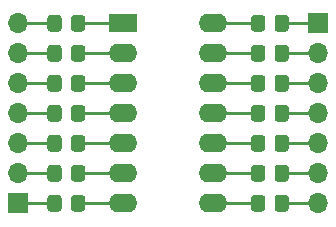
<source format=gbr>
%TF.GenerationSoftware,KiCad,Pcbnew,(5.1.7)-1*%
%TF.CreationDate,2021-01-04T21:33:55-06:00*%
%TF.ProjectId,pinballMods,70696e62-616c-46c4-9d6f-64732e6b6963,rev?*%
%TF.SameCoordinates,Original*%
%TF.FileFunction,Copper,L1,Top*%
%TF.FilePolarity,Positive*%
%FSLAX46Y46*%
G04 Gerber Fmt 4.6, Leading zero omitted, Abs format (unit mm)*
G04 Created by KiCad (PCBNEW (5.1.7)-1) date 2021-01-04 21:33:55*
%MOMM*%
%LPD*%
G01*
G04 APERTURE LIST*
%TA.AperFunction,ComponentPad*%
%ADD10O,1.700000X1.700000*%
%TD*%
%TA.AperFunction,ComponentPad*%
%ADD11R,1.700000X1.700000*%
%TD*%
%TA.AperFunction,ComponentPad*%
%ADD12O,2.400000X1.600000*%
%TD*%
%TA.AperFunction,ComponentPad*%
%ADD13R,2.400000X1.600000*%
%TD*%
%TA.AperFunction,Conductor*%
%ADD14C,0.250000*%
%TD*%
G04 APERTURE END LIST*
D10*
%TO.P,J3,7*%
%TO.N,Net-(J3-Pad7)*%
X171450000Y-106680000D03*
%TO.P,J3,6*%
%TO.N,Net-(J3-Pad6)*%
X171450000Y-104140000D03*
%TO.P,J3,5*%
%TO.N,Net-(J3-Pad5)*%
X171450000Y-101600000D03*
%TO.P,J3,4*%
%TO.N,Net-(J3-Pad4)*%
X171450000Y-99060000D03*
%TO.P,J3,3*%
%TO.N,Net-(J3-Pad3)*%
X171450000Y-96520000D03*
%TO.P,J3,2*%
%TO.N,Net-(J3-Pad2)*%
X171450000Y-93980000D03*
D11*
%TO.P,J3,1*%
%TO.N,Net-(J3-Pad1)*%
X171450000Y-91440000D03*
%TD*%
D10*
%TO.P,J1,7*%
%TO.N,Net-(J1-Pad7)*%
X146050000Y-91440000D03*
%TO.P,J1,6*%
%TO.N,Net-(J1-Pad6)*%
X146050000Y-93980000D03*
%TO.P,J1,5*%
%TO.N,Net-(J1-Pad5)*%
X146050000Y-96520000D03*
%TO.P,J1,4*%
%TO.N,Net-(J1-Pad4)*%
X146050000Y-99060000D03*
%TO.P,J1,3*%
%TO.N,Net-(J1-Pad3)*%
X146050000Y-101600000D03*
%TO.P,J1,2*%
%TO.N,Net-(J1-Pad2)*%
X146050000Y-104140000D03*
D11*
%TO.P,J1,1*%
%TO.N,Net-(J1-Pad1)*%
X146050000Y-106680000D03*
%TD*%
%TO.P,R14,2*%
%TO.N,Net-(J3-Pad7)*%
%TA.AperFunction,SMDPad,CuDef*%
G36*
G01*
X167770000Y-107130001D02*
X167770000Y-106229999D01*
G75*
G02*
X168019999Y-105980000I249999J0D01*
G01*
X168720001Y-105980000D01*
G75*
G02*
X168970000Y-106229999I0J-249999D01*
G01*
X168970000Y-107130001D01*
G75*
G02*
X168720001Y-107380000I-249999J0D01*
G01*
X168019999Y-107380000D01*
G75*
G02*
X167770000Y-107130001I0J249999D01*
G01*
G37*
%TD.AperFunction*%
%TO.P,R14,1*%
%TO.N,Net-(J2-Pad8)*%
%TA.AperFunction,SMDPad,CuDef*%
G36*
G01*
X165770000Y-107130001D02*
X165770000Y-106229999D01*
G75*
G02*
X166019999Y-105980000I249999J0D01*
G01*
X166720001Y-105980000D01*
G75*
G02*
X166970000Y-106229999I0J-249999D01*
G01*
X166970000Y-107130001D01*
G75*
G02*
X166720001Y-107380000I-249999J0D01*
G01*
X166019999Y-107380000D01*
G75*
G02*
X165770000Y-107130001I0J249999D01*
G01*
G37*
%TD.AperFunction*%
%TD*%
%TO.P,R13,2*%
%TO.N,Net-(J3-Pad6)*%
%TA.AperFunction,SMDPad,CuDef*%
G36*
G01*
X167770000Y-104590001D02*
X167770000Y-103689999D01*
G75*
G02*
X168019999Y-103440000I249999J0D01*
G01*
X168720001Y-103440000D01*
G75*
G02*
X168970000Y-103689999I0J-249999D01*
G01*
X168970000Y-104590001D01*
G75*
G02*
X168720001Y-104840000I-249999J0D01*
G01*
X168019999Y-104840000D01*
G75*
G02*
X167770000Y-104590001I0J249999D01*
G01*
G37*
%TD.AperFunction*%
%TO.P,R13,1*%
%TO.N,Net-(J2-Pad9)*%
%TA.AperFunction,SMDPad,CuDef*%
G36*
G01*
X165770000Y-104590001D02*
X165770000Y-103689999D01*
G75*
G02*
X166019999Y-103440000I249999J0D01*
G01*
X166720001Y-103440000D01*
G75*
G02*
X166970000Y-103689999I0J-249999D01*
G01*
X166970000Y-104590001D01*
G75*
G02*
X166720001Y-104840000I-249999J0D01*
G01*
X166019999Y-104840000D01*
G75*
G02*
X165770000Y-104590001I0J249999D01*
G01*
G37*
%TD.AperFunction*%
%TD*%
%TO.P,R12,2*%
%TO.N,Net-(J3-Pad5)*%
%TA.AperFunction,SMDPad,CuDef*%
G36*
G01*
X167770000Y-102050001D02*
X167770000Y-101149999D01*
G75*
G02*
X168019999Y-100900000I249999J0D01*
G01*
X168720001Y-100900000D01*
G75*
G02*
X168970000Y-101149999I0J-249999D01*
G01*
X168970000Y-102050001D01*
G75*
G02*
X168720001Y-102300000I-249999J0D01*
G01*
X168019999Y-102300000D01*
G75*
G02*
X167770000Y-102050001I0J249999D01*
G01*
G37*
%TD.AperFunction*%
%TO.P,R12,1*%
%TO.N,Net-(J2-Pad10)*%
%TA.AperFunction,SMDPad,CuDef*%
G36*
G01*
X165770000Y-102050001D02*
X165770000Y-101149999D01*
G75*
G02*
X166019999Y-100900000I249999J0D01*
G01*
X166720001Y-100900000D01*
G75*
G02*
X166970000Y-101149999I0J-249999D01*
G01*
X166970000Y-102050001D01*
G75*
G02*
X166720001Y-102300000I-249999J0D01*
G01*
X166019999Y-102300000D01*
G75*
G02*
X165770000Y-102050001I0J249999D01*
G01*
G37*
%TD.AperFunction*%
%TD*%
%TO.P,R11,2*%
%TO.N,Net-(J3-Pad4)*%
%TA.AperFunction,SMDPad,CuDef*%
G36*
G01*
X167770000Y-99510001D02*
X167770000Y-98609999D01*
G75*
G02*
X168019999Y-98360000I249999J0D01*
G01*
X168720001Y-98360000D01*
G75*
G02*
X168970000Y-98609999I0J-249999D01*
G01*
X168970000Y-99510001D01*
G75*
G02*
X168720001Y-99760000I-249999J0D01*
G01*
X168019999Y-99760000D01*
G75*
G02*
X167770000Y-99510001I0J249999D01*
G01*
G37*
%TD.AperFunction*%
%TO.P,R11,1*%
%TO.N,Net-(J2-Pad11)*%
%TA.AperFunction,SMDPad,CuDef*%
G36*
G01*
X165770000Y-99510001D02*
X165770000Y-98609999D01*
G75*
G02*
X166019999Y-98360000I249999J0D01*
G01*
X166720001Y-98360000D01*
G75*
G02*
X166970000Y-98609999I0J-249999D01*
G01*
X166970000Y-99510001D01*
G75*
G02*
X166720001Y-99760000I-249999J0D01*
G01*
X166019999Y-99760000D01*
G75*
G02*
X165770000Y-99510001I0J249999D01*
G01*
G37*
%TD.AperFunction*%
%TD*%
%TO.P,R10,2*%
%TO.N,Net-(J3-Pad3)*%
%TA.AperFunction,SMDPad,CuDef*%
G36*
G01*
X167770000Y-96970001D02*
X167770000Y-96069999D01*
G75*
G02*
X168019999Y-95820000I249999J0D01*
G01*
X168720001Y-95820000D01*
G75*
G02*
X168970000Y-96069999I0J-249999D01*
G01*
X168970000Y-96970001D01*
G75*
G02*
X168720001Y-97220000I-249999J0D01*
G01*
X168019999Y-97220000D01*
G75*
G02*
X167770000Y-96970001I0J249999D01*
G01*
G37*
%TD.AperFunction*%
%TO.P,R10,1*%
%TO.N,Net-(J2-Pad12)*%
%TA.AperFunction,SMDPad,CuDef*%
G36*
G01*
X165770000Y-96970001D02*
X165770000Y-96069999D01*
G75*
G02*
X166019999Y-95820000I249999J0D01*
G01*
X166720001Y-95820000D01*
G75*
G02*
X166970000Y-96069999I0J-249999D01*
G01*
X166970000Y-96970001D01*
G75*
G02*
X166720001Y-97220000I-249999J0D01*
G01*
X166019999Y-97220000D01*
G75*
G02*
X165770000Y-96970001I0J249999D01*
G01*
G37*
%TD.AperFunction*%
%TD*%
%TO.P,R9,2*%
%TO.N,Net-(J3-Pad2)*%
%TA.AperFunction,SMDPad,CuDef*%
G36*
G01*
X167770000Y-94430001D02*
X167770000Y-93529999D01*
G75*
G02*
X168019999Y-93280000I249999J0D01*
G01*
X168720001Y-93280000D01*
G75*
G02*
X168970000Y-93529999I0J-249999D01*
G01*
X168970000Y-94430001D01*
G75*
G02*
X168720001Y-94680000I-249999J0D01*
G01*
X168019999Y-94680000D01*
G75*
G02*
X167770000Y-94430001I0J249999D01*
G01*
G37*
%TD.AperFunction*%
%TO.P,R9,1*%
%TO.N,Net-(J2-Pad13)*%
%TA.AperFunction,SMDPad,CuDef*%
G36*
G01*
X165770000Y-94430001D02*
X165770000Y-93529999D01*
G75*
G02*
X166019999Y-93280000I249999J0D01*
G01*
X166720001Y-93280000D01*
G75*
G02*
X166970000Y-93529999I0J-249999D01*
G01*
X166970000Y-94430001D01*
G75*
G02*
X166720001Y-94680000I-249999J0D01*
G01*
X166019999Y-94680000D01*
G75*
G02*
X165770000Y-94430001I0J249999D01*
G01*
G37*
%TD.AperFunction*%
%TD*%
%TO.P,R8,2*%
%TO.N,Net-(J3-Pad1)*%
%TA.AperFunction,SMDPad,CuDef*%
G36*
G01*
X167770000Y-91890001D02*
X167770000Y-90989999D01*
G75*
G02*
X168019999Y-90740000I249999J0D01*
G01*
X168720001Y-90740000D01*
G75*
G02*
X168970000Y-90989999I0J-249999D01*
G01*
X168970000Y-91890001D01*
G75*
G02*
X168720001Y-92140000I-249999J0D01*
G01*
X168019999Y-92140000D01*
G75*
G02*
X167770000Y-91890001I0J249999D01*
G01*
G37*
%TD.AperFunction*%
%TO.P,R8,1*%
%TO.N,Net-(J2-Pad14)*%
%TA.AperFunction,SMDPad,CuDef*%
G36*
G01*
X165770000Y-91890001D02*
X165770000Y-90989999D01*
G75*
G02*
X166019999Y-90740000I249999J0D01*
G01*
X166720001Y-90740000D01*
G75*
G02*
X166970000Y-90989999I0J-249999D01*
G01*
X166970000Y-91890001D01*
G75*
G02*
X166720001Y-92140000I-249999J0D01*
G01*
X166019999Y-92140000D01*
G75*
G02*
X165770000Y-91890001I0J249999D01*
G01*
G37*
%TD.AperFunction*%
%TD*%
%TO.P,R7,2*%
%TO.N,Net-(J2-Pad7)*%
%TA.AperFunction,SMDPad,CuDef*%
G36*
G01*
X150530000Y-107130001D02*
X150530000Y-106229999D01*
G75*
G02*
X150779999Y-105980000I249999J0D01*
G01*
X151480001Y-105980000D01*
G75*
G02*
X151730000Y-106229999I0J-249999D01*
G01*
X151730000Y-107130001D01*
G75*
G02*
X151480001Y-107380000I-249999J0D01*
G01*
X150779999Y-107380000D01*
G75*
G02*
X150530000Y-107130001I0J249999D01*
G01*
G37*
%TD.AperFunction*%
%TO.P,R7,1*%
%TO.N,Net-(J1-Pad1)*%
%TA.AperFunction,SMDPad,CuDef*%
G36*
G01*
X148530000Y-107130001D02*
X148530000Y-106229999D01*
G75*
G02*
X148779999Y-105980000I249999J0D01*
G01*
X149480001Y-105980000D01*
G75*
G02*
X149730000Y-106229999I0J-249999D01*
G01*
X149730000Y-107130001D01*
G75*
G02*
X149480001Y-107380000I-249999J0D01*
G01*
X148779999Y-107380000D01*
G75*
G02*
X148530000Y-107130001I0J249999D01*
G01*
G37*
%TD.AperFunction*%
%TD*%
%TO.P,R6,2*%
%TO.N,Net-(J2-Pad6)*%
%TA.AperFunction,SMDPad,CuDef*%
G36*
G01*
X150530000Y-104590001D02*
X150530000Y-103689999D01*
G75*
G02*
X150779999Y-103440000I249999J0D01*
G01*
X151480001Y-103440000D01*
G75*
G02*
X151730000Y-103689999I0J-249999D01*
G01*
X151730000Y-104590001D01*
G75*
G02*
X151480001Y-104840000I-249999J0D01*
G01*
X150779999Y-104840000D01*
G75*
G02*
X150530000Y-104590001I0J249999D01*
G01*
G37*
%TD.AperFunction*%
%TO.P,R6,1*%
%TO.N,Net-(J1-Pad2)*%
%TA.AperFunction,SMDPad,CuDef*%
G36*
G01*
X148530000Y-104590001D02*
X148530000Y-103689999D01*
G75*
G02*
X148779999Y-103440000I249999J0D01*
G01*
X149480001Y-103440000D01*
G75*
G02*
X149730000Y-103689999I0J-249999D01*
G01*
X149730000Y-104590001D01*
G75*
G02*
X149480001Y-104840000I-249999J0D01*
G01*
X148779999Y-104840000D01*
G75*
G02*
X148530000Y-104590001I0J249999D01*
G01*
G37*
%TD.AperFunction*%
%TD*%
%TO.P,R5,2*%
%TO.N,Net-(J2-Pad5)*%
%TA.AperFunction,SMDPad,CuDef*%
G36*
G01*
X150530000Y-102050001D02*
X150530000Y-101149999D01*
G75*
G02*
X150779999Y-100900000I249999J0D01*
G01*
X151480001Y-100900000D01*
G75*
G02*
X151730000Y-101149999I0J-249999D01*
G01*
X151730000Y-102050001D01*
G75*
G02*
X151480001Y-102300000I-249999J0D01*
G01*
X150779999Y-102300000D01*
G75*
G02*
X150530000Y-102050001I0J249999D01*
G01*
G37*
%TD.AperFunction*%
%TO.P,R5,1*%
%TO.N,Net-(J1-Pad3)*%
%TA.AperFunction,SMDPad,CuDef*%
G36*
G01*
X148530000Y-102050001D02*
X148530000Y-101149999D01*
G75*
G02*
X148779999Y-100900000I249999J0D01*
G01*
X149480001Y-100900000D01*
G75*
G02*
X149730000Y-101149999I0J-249999D01*
G01*
X149730000Y-102050001D01*
G75*
G02*
X149480001Y-102300000I-249999J0D01*
G01*
X148779999Y-102300000D01*
G75*
G02*
X148530000Y-102050001I0J249999D01*
G01*
G37*
%TD.AperFunction*%
%TD*%
%TO.P,R4,2*%
%TO.N,Net-(J2-Pad4)*%
%TA.AperFunction,SMDPad,CuDef*%
G36*
G01*
X150530000Y-99510001D02*
X150530000Y-98609999D01*
G75*
G02*
X150779999Y-98360000I249999J0D01*
G01*
X151480001Y-98360000D01*
G75*
G02*
X151730000Y-98609999I0J-249999D01*
G01*
X151730000Y-99510001D01*
G75*
G02*
X151480001Y-99760000I-249999J0D01*
G01*
X150779999Y-99760000D01*
G75*
G02*
X150530000Y-99510001I0J249999D01*
G01*
G37*
%TD.AperFunction*%
%TO.P,R4,1*%
%TO.N,Net-(J1-Pad4)*%
%TA.AperFunction,SMDPad,CuDef*%
G36*
G01*
X148530000Y-99510001D02*
X148530000Y-98609999D01*
G75*
G02*
X148779999Y-98360000I249999J0D01*
G01*
X149480001Y-98360000D01*
G75*
G02*
X149730000Y-98609999I0J-249999D01*
G01*
X149730000Y-99510001D01*
G75*
G02*
X149480001Y-99760000I-249999J0D01*
G01*
X148779999Y-99760000D01*
G75*
G02*
X148530000Y-99510001I0J249999D01*
G01*
G37*
%TD.AperFunction*%
%TD*%
%TO.P,R3,2*%
%TO.N,Net-(J2-Pad3)*%
%TA.AperFunction,SMDPad,CuDef*%
G36*
G01*
X150530000Y-96970001D02*
X150530000Y-96069999D01*
G75*
G02*
X150779999Y-95820000I249999J0D01*
G01*
X151480001Y-95820000D01*
G75*
G02*
X151730000Y-96069999I0J-249999D01*
G01*
X151730000Y-96970001D01*
G75*
G02*
X151480001Y-97220000I-249999J0D01*
G01*
X150779999Y-97220000D01*
G75*
G02*
X150530000Y-96970001I0J249999D01*
G01*
G37*
%TD.AperFunction*%
%TO.P,R3,1*%
%TO.N,Net-(J1-Pad5)*%
%TA.AperFunction,SMDPad,CuDef*%
G36*
G01*
X148530000Y-96970001D02*
X148530000Y-96069999D01*
G75*
G02*
X148779999Y-95820000I249999J0D01*
G01*
X149480001Y-95820000D01*
G75*
G02*
X149730000Y-96069999I0J-249999D01*
G01*
X149730000Y-96970001D01*
G75*
G02*
X149480001Y-97220000I-249999J0D01*
G01*
X148779999Y-97220000D01*
G75*
G02*
X148530000Y-96970001I0J249999D01*
G01*
G37*
%TD.AperFunction*%
%TD*%
%TO.P,R2,2*%
%TO.N,Net-(J2-Pad2)*%
%TA.AperFunction,SMDPad,CuDef*%
G36*
G01*
X150530000Y-94430001D02*
X150530000Y-93529999D01*
G75*
G02*
X150779999Y-93280000I249999J0D01*
G01*
X151480001Y-93280000D01*
G75*
G02*
X151730000Y-93529999I0J-249999D01*
G01*
X151730000Y-94430001D01*
G75*
G02*
X151480001Y-94680000I-249999J0D01*
G01*
X150779999Y-94680000D01*
G75*
G02*
X150530000Y-94430001I0J249999D01*
G01*
G37*
%TD.AperFunction*%
%TO.P,R2,1*%
%TO.N,Net-(J1-Pad6)*%
%TA.AperFunction,SMDPad,CuDef*%
G36*
G01*
X148530000Y-94430001D02*
X148530000Y-93529999D01*
G75*
G02*
X148779999Y-93280000I249999J0D01*
G01*
X149480001Y-93280000D01*
G75*
G02*
X149730000Y-93529999I0J-249999D01*
G01*
X149730000Y-94430001D01*
G75*
G02*
X149480001Y-94680000I-249999J0D01*
G01*
X148779999Y-94680000D01*
G75*
G02*
X148530000Y-94430001I0J249999D01*
G01*
G37*
%TD.AperFunction*%
%TD*%
%TO.P,R1,2*%
%TO.N,Net-(J2-Pad1)*%
%TA.AperFunction,SMDPad,CuDef*%
G36*
G01*
X150530000Y-91890001D02*
X150530000Y-90989999D01*
G75*
G02*
X150779999Y-90740000I249999J0D01*
G01*
X151480001Y-90740000D01*
G75*
G02*
X151730000Y-90989999I0J-249999D01*
G01*
X151730000Y-91890001D01*
G75*
G02*
X151480001Y-92140000I-249999J0D01*
G01*
X150779999Y-92140000D01*
G75*
G02*
X150530000Y-91890001I0J249999D01*
G01*
G37*
%TD.AperFunction*%
%TO.P,R1,1*%
%TO.N,Net-(J1-Pad7)*%
%TA.AperFunction,SMDPad,CuDef*%
G36*
G01*
X148530000Y-91890001D02*
X148530000Y-90989999D01*
G75*
G02*
X148779999Y-90740000I249999J0D01*
G01*
X149480001Y-90740000D01*
G75*
G02*
X149730000Y-90989999I0J-249999D01*
G01*
X149730000Y-91890001D01*
G75*
G02*
X149480001Y-92140000I-249999J0D01*
G01*
X148779999Y-92140000D01*
G75*
G02*
X148530000Y-91890001I0J249999D01*
G01*
G37*
%TD.AperFunction*%
%TD*%
D12*
%TO.P,J2,14*%
%TO.N,Net-(J2-Pad14)*%
X162560000Y-91440000D03*
%TO.P,J2,7*%
%TO.N,Net-(J2-Pad7)*%
X154940000Y-106680000D03*
%TO.P,J2,13*%
%TO.N,Net-(J2-Pad13)*%
X162560000Y-93980000D03*
%TO.P,J2,6*%
%TO.N,Net-(J2-Pad6)*%
X154940000Y-104140000D03*
%TO.P,J2,12*%
%TO.N,Net-(J2-Pad12)*%
X162560000Y-96520000D03*
%TO.P,J2,5*%
%TO.N,Net-(J2-Pad5)*%
X154940000Y-101600000D03*
%TO.P,J2,11*%
%TO.N,Net-(J2-Pad11)*%
X162560000Y-99060000D03*
%TO.P,J2,4*%
%TO.N,Net-(J2-Pad4)*%
X154940000Y-99060000D03*
%TO.P,J2,10*%
%TO.N,Net-(J2-Pad10)*%
X162560000Y-101600000D03*
%TO.P,J2,3*%
%TO.N,Net-(J2-Pad3)*%
X154940000Y-96520000D03*
%TO.P,J2,9*%
%TO.N,Net-(J2-Pad9)*%
X162560000Y-104140000D03*
%TO.P,J2,2*%
%TO.N,Net-(J2-Pad2)*%
X154940000Y-93980000D03*
%TO.P,J2,8*%
%TO.N,Net-(J2-Pad8)*%
X162560000Y-106680000D03*
D13*
%TO.P,J2,1*%
%TO.N,Net-(J2-Pad1)*%
X154940000Y-91440000D03*
%TD*%
D14*
%TO.N,Net-(J1-Pad7)*%
X149130000Y-91440000D02*
X146050000Y-91440000D01*
%TO.N,Net-(J1-Pad6)*%
X146050000Y-93980000D02*
X149130000Y-93980000D01*
%TO.N,Net-(J1-Pad5)*%
X149130000Y-96520000D02*
X146050000Y-96520000D01*
%TO.N,Net-(J1-Pad4)*%
X146050000Y-99060000D02*
X149130000Y-99060000D01*
%TO.N,Net-(J1-Pad3)*%
X149130000Y-101600000D02*
X146050000Y-101600000D01*
%TO.N,Net-(J1-Pad2)*%
X146050000Y-104140000D02*
X149130000Y-104140000D01*
%TO.N,Net-(J1-Pad1)*%
X149130000Y-106680000D02*
X146050000Y-106680000D01*
%TO.N,Net-(J2-Pad14)*%
X162560000Y-91440000D02*
X166370000Y-91440000D01*
%TO.N,Net-(J2-Pad7)*%
X154940000Y-106680000D02*
X151130000Y-106680000D01*
%TO.N,Net-(J2-Pad13)*%
X166370000Y-93980000D02*
X162560000Y-93980000D01*
%TO.N,Net-(J2-Pad6)*%
X151130000Y-104140000D02*
X154940000Y-104140000D01*
%TO.N,Net-(J2-Pad12)*%
X162560000Y-96520000D02*
X166370000Y-96520000D01*
%TO.N,Net-(J2-Pad5)*%
X154940000Y-101600000D02*
X151130000Y-101600000D01*
%TO.N,Net-(J2-Pad11)*%
X166370000Y-99060000D02*
X162560000Y-99060000D01*
%TO.N,Net-(J2-Pad4)*%
X151130000Y-99060000D02*
X154940000Y-99060000D01*
%TO.N,Net-(J2-Pad10)*%
X162560000Y-101600000D02*
X166370000Y-101600000D01*
%TO.N,Net-(J2-Pad3)*%
X154940000Y-96520000D02*
X151130000Y-96520000D01*
%TO.N,Net-(J2-Pad9)*%
X166370000Y-104140000D02*
X162560000Y-104140000D01*
%TO.N,Net-(J2-Pad2)*%
X151130000Y-93980000D02*
X154940000Y-93980000D01*
%TO.N,Net-(J2-Pad8)*%
X162560000Y-106680000D02*
X166370000Y-106680000D01*
%TO.N,Net-(J2-Pad1)*%
X154940000Y-91440000D02*
X151130000Y-91440000D01*
%TO.N,Net-(J3-Pad7)*%
X168370000Y-106680000D02*
X171450000Y-106680000D01*
%TO.N,Net-(J3-Pad6)*%
X171450000Y-104140000D02*
X168370000Y-104140000D01*
%TO.N,Net-(J3-Pad5)*%
X168370000Y-101600000D02*
X171450000Y-101600000D01*
%TO.N,Net-(J3-Pad4)*%
X171450000Y-99060000D02*
X168370000Y-99060000D01*
%TO.N,Net-(J3-Pad3)*%
X168370000Y-96520000D02*
X171450000Y-96520000D01*
%TO.N,Net-(J3-Pad2)*%
X171450000Y-93980000D02*
X168370000Y-93980000D01*
%TO.N,Net-(J3-Pad1)*%
X168370000Y-91440000D02*
X171450000Y-91440000D01*
%TD*%
M02*

</source>
